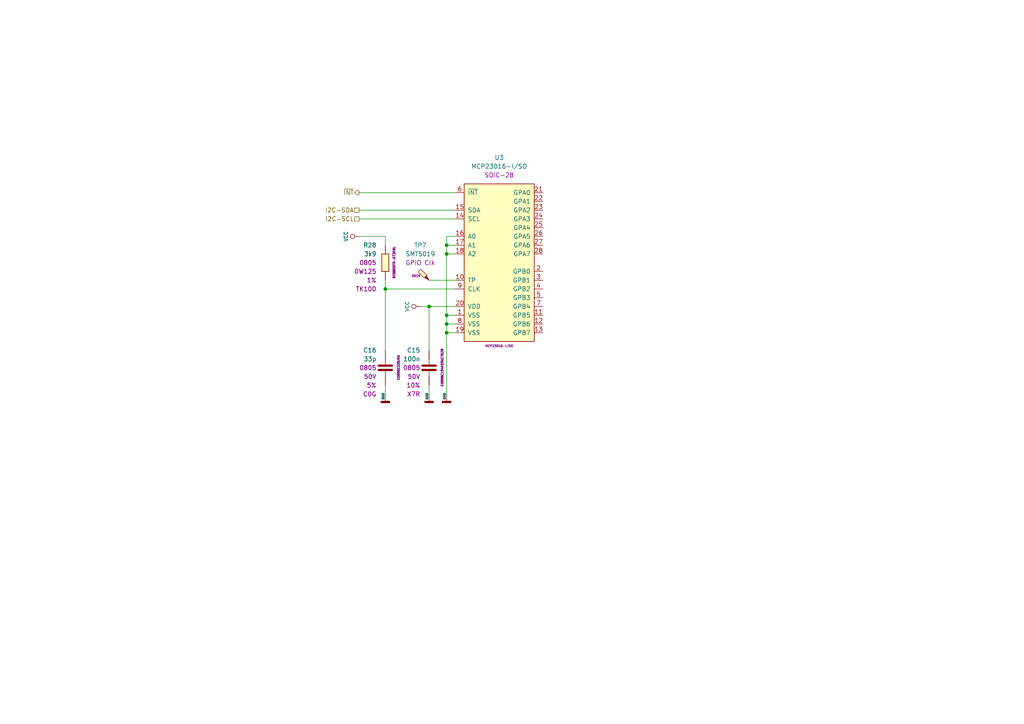
<source format=kicad_sch>
(kicad_sch (version 20211123) (generator eeschema)
  (paper "A4")
  (lib_symbols
    (symbol "C.Kemet.MLCC.0805.COG:33p" (pin_numbers hide) (pin_names (offset 1.016) hide)
      (property "Reference" "C" (at 2.54 5.08 0))
      (property "Value" "33p" (at 2.54 2.54 0))
      (property "Package" "0805" (at 2.54 0 0))
      (property "Voltage" "50V" (at 2.54 -2.54 0))
      (property "Tolerance" "5%" (at 2.54 -5.08 0))
      (property "Dielectric" "C0G" (at 2.54 -7.62 0))
      (property "ID" "C0805C330J5G" (at -3.81 0 90))
      (symbol "33p_0_1"
        (polyline (pts (xy -1.905 -0.635) (xy 1.905 -0.635)) (stroke (width 0.635)))
        (polyline (pts (xy -1.905 0.635) (xy 1.905 0.635)) (stroke (width 0.635)))
        (polyline (pts (xy 0 -2.54) (xy 0 -0.635)) (stroke (width 0.1524)))
        (polyline (pts (xy 0 0.635) (xy 0 2.54)) (stroke (width 0.1524)))
      )
      (symbol "33p_1_1"
        (pin passive line (at 0 5.08 270) (length 2.54) (name "~") (number "1"))
        (pin passive line (at 0 -5.08 90) (length 2.54) (name "~") (number "2"))
      )
    )
    (symbol "C.Kemet.MLCC.0805.X7R:100n" (pin_numbers hide) (pin_names (offset 1.016) hide)
      (property "Reference" "C" (at 2.54 5.08 0))
      (property "Value" "100n" (at 2.54 2.54 0))
      (property "Package" "0805" (at 2.54 0 0))
      (property "Voltage" "50V" (at 2.54 -2.54 0))
      (property "Tolerance" "10%" (at 2.54 -5.08 0))
      (property "Dielectric" "X7R" (at 2.54 -7.62 0))
      (property "ID" "C0805C104K5RAC7025" (at -3.81 0 90))
      (symbol "100n_0_1"
        (polyline (pts (xy -1.905 -0.635) (xy 1.905 -0.635)) (stroke (width 0.635)))
        (polyline (pts (xy -1.905 0.635) (xy 1.905 0.635)) (stroke (width 0.635)))
        (polyline (pts (xy 0 -2.54) (xy 0 -0.635)) (stroke (width 0.1524)))
        (polyline (pts (xy 0 0.635) (xy 0 2.54)) (stroke (width 0.1524)))
      )
      (symbol "100n_1_1"
        (pin passive line (at 0 5.08 270) (length 2.54) (name "~") (number "1"))
        (pin passive line (at 0 -5.08 90) (length 2.54) (name "~") (number "2"))
      )
    )
    (symbol "R.Yageo.RC0805:3k9" (pin_numbers hide) (pin_names (offset 1.016) hide)
      (property "Reference" "R" (at 2.54 5.08 0))
      (property "Value" "3k9" (at 2.54 2.54 0))
      (property "Package" "0805" (at 2.54 0 0))
      (property "Power" "0W125" (at 2.54 -2.54 0))
      (property "Tolerance" "1%" (at 2.54 -5.08 0))
      (property "TK" "TK100" (at 2.54 -7.62 0))
      (property "ID" "RC0805FR-073K9L" (at -2.54 0 90))
      (symbol "3k9_0_1"
        (rectangle (start -1.016 2.54) (end 1.016 -2.54) (stroke (width 0.2032)) (fill (type background)))
      )
      (symbol "3k9_1_1"
        (pin passive line (at 0 5.08 270) (length 2.54) (name "~") (number "1"))
        (pin passive line (at 0 -5.08 90) (length 2.54) (name "~") (number "2"))
      )
    )
    (symbol "Supply:GND" (power) (pin_numbers hide) (pin_names (offset 0) hide)
      (property "Value" "GND" (at -0.635 -0.635 90))
      (symbol "GND_0_1"
        (rectangle (start -1.27 -2.032) (end 1.27 -2.54) (stroke (width 0.1524)) (fill (type outline)))
        (polyline (pts (xy 0 0) (xy 0 -2.032)) (stroke (width 0.1524)))
      )
      (symbol "GND_1_1"
        (pin power_in line (at 0 0 270) (length 0) hide (name "GND") (number "1"))
      )
    )
    (symbol "Supply:VCC" (power) (pin_numbers hide) (pin_names (offset 0) hide)
      (property "Value" "VCC" (at 0 3.81 0))
      (symbol "VCC_0_1"
        (polyline (pts (xy 0 0) (xy 0 1.27)))
        (circle (center 0 1.905) (radius 0.635))
      )
      (symbol "VCC_1_1"
        (pin power_in line (at 0 0 90) (length 0) hide (name "VCC") (number "1"))
      )
    )
    (symbol "TP.Keystone:SMT5019" (pin_numbers hide) (pin_names (offset 0.762) hide)
      (property "Reference" "TP" (at 2.54 10.16 0))
      (property "Value" "SMT5019" (at 2.54 7.62 0))
      (property "Usage" "Usage" (at 2.54 5.08 0))
      (property "ID" "5019" (at 3.81 1.27 0))
      (symbol "SMT5019_0_1"
        (polyline (pts (xy 1.27 0.762) (xy 0 0) (xy 0.762 1.27) (xy 1.27 0.762)) (fill (type outline)))
        (polyline (pts (xy 1.397 0.635) (xy 0.635 1.397) (xy 2.413 3.175) (xy 3.175 2.413) (xy 1.397 0.635)) (fill (type background)))
      )
      (symbol "SMT5019_1_1"
        (pin passive line (at 0 0 90) (length 0) (name "1") (number "1"))
      )
    )
    (symbol "U.IO:MCP23016-I{slash}SO" (pin_names (offset 1.016))
      (property "Reference" "U" (at 0 30.48 0))
      (property "Value" "MCP23016-I{slash}SO" (at 0 27.94 0))
      (property "Package" "SOIC-28" (at 0 25.4 0))
      (property "ID" "MCP23016-I/SO" (at 0 -24.13 0))
      (symbol "MCP23016-I{slash}SO_0_1"
        (rectangle (start -10.16 22.86) (end 10.16 -22.86) (stroke (width 0.2032)) (fill (type background)))
      )
      (symbol "MCP23016-I{slash}SO_1_1"
        (pin power_in line (at -12.7 -15.24 0) (length 2.54) (name "VSS") (number "1"))
        (pin output line (at -12.7 -5.08 0) (length 2.54) (name "TP") (number "10"))
        (pin bidirectional line (at 12.7 -15.24 180) (length 2.54) (name "GPB5") (number "11"))
        (pin bidirectional line (at 12.7 -17.78 180) (length 2.54) (name "GPB6") (number "12"))
        (pin bidirectional line (at 12.7 -20.32 180) (length 2.54) (name "GPB7") (number "13"))
        (pin open_collector line (at -12.7 12.7 0) (length 2.54) (name "SCL") (number "14"))
        (pin open_collector line (at -12.7 15.24 0) (length 2.54) (name "SDA") (number "15"))
        (pin input line (at -12.7 7.62 0) (length 2.54) (name "A0") (number "16"))
        (pin input line (at -12.7 5.08 0) (length 2.54) (name "A1") (number "17"))
        (pin input line (at -12.7 2.54 0) (length 2.54) (name "A2") (number "18"))
        (pin power_in line (at -12.7 -20.32 0) (length 2.54) (name "VSS") (number "19"))
        (pin bidirectional line (at 12.7 -2.54 180) (length 2.54) (name "GPB0") (number "2"))
        (pin power_in line (at -12.7 -12.7 0) (length 2.54) (name "VDD") (number "20"))
        (pin bidirectional line (at 12.7 20.32 180) (length 2.54) (name "GPA0") (number "21"))
        (pin bidirectional line (at 12.7 17.78 180) (length 2.54) (name "GPA1") (number "22"))
        (pin bidirectional line (at 12.7 15.24 180) (length 2.54) (name "GPA2") (number "23"))
        (pin bidirectional line (at 12.7 12.7 180) (length 2.54) (name "GPA3") (number "24"))
        (pin bidirectional line (at 12.7 10.16 180) (length 2.54) (name "GPA4") (number "25"))
        (pin bidirectional line (at 12.7 7.62 180) (length 2.54) (name "GPA5") (number "26"))
        (pin bidirectional line (at 12.7 5.08 180) (length 2.54) (name "GPA6") (number "27"))
        (pin bidirectional line (at 12.7 2.54 180) (length 2.54) (name "GPA7") (number "28"))
        (pin bidirectional line (at 12.7 -5.08 180) (length 2.54) (name "GPB1") (number "3"))
        (pin bidirectional line (at 12.7 -7.62 180) (length 2.54) (name "GPB2") (number "4"))
        (pin bidirectional line (at 12.7 -10.16 180) (length 2.54) (name "GPB3") (number "5"))
        (pin open_collector line (at -12.7 20.32 0) (length 2.54) (name "~{INT}") (number "6"))
        (pin bidirectional line (at 12.7 -12.7 180) (length 2.54) (name "GPB4") (number "7"))
        (pin power_in line (at -12.7 -17.78 0) (length 2.54) (name "VSS") (number "8"))
        (pin input line (at -12.7 -7.62 0) (length 2.54) (name "CLK") (number "9"))
      )
    )
  )
  (junction (at 129.54 91.44))
  (junction (at 129.54 73.66))
  (junction (at 124.46 88.9))
  (junction (at 129.54 96.52))
  (junction (at 129.54 71.12))
  (junction (at 111.76 83.82))
  (junction (at 129.54 93.98))
  (wire (pts (xy 104.14 55.88) (xy 132.08 55.88)))
  (wire (pts (xy 129.54 73.66) (xy 129.54 91.44)))
  (wire (pts (xy 132.08 68.58) (xy 129.54 68.58)))
  (wire (pts (xy 124.46 88.9) (xy 132.08 88.9)))
  (wire (pts (xy 129.54 91.44) (xy 132.08 91.44)))
  (wire (pts (xy 132.08 96.52) (xy 129.54 96.52)))
  (wire (pts (xy 124.46 101.6) (xy 124.46 88.9)))
  (wire (pts (xy 104.14 68.58) (xy 111.76 68.58)))
  (wire (pts (xy 129.54 68.58) (xy 129.54 71.12)))
  (wire (pts (xy 132.08 71.12) (xy 129.54 71.12)))
  (wire (pts (xy 129.54 93.98) (xy 129.54 91.44)))
  (wire (pts (xy 132.08 83.82) (xy 111.76 83.82)))
  (wire (pts (xy 129.54 71.12) (xy 129.54 73.66)))
  (wire (pts (xy 111.76 83.82) (xy 111.76 101.6)))
  (wire (pts (xy 111.76 81.28) (xy 111.76 83.82)))
  (wire (pts (xy 132.08 81.28) (xy 124.46 81.28)))
  (wire (pts (xy 111.76 68.58) (xy 111.76 71.12)))
  (wire (pts (xy 124.46 114.3) (xy 124.46 111.76)))
  (wire (pts (xy 104.14 63.5) (xy 132.08 63.5)))
  (wire (pts (xy 132.08 73.66) (xy 129.54 73.66)))
  (wire (pts (xy 111.76 111.76) (xy 111.76 114.3)))
  (wire (pts (xy 104.14 60.96) (xy 132.08 60.96)))
  (wire (pts (xy 129.54 96.52) (xy 129.54 93.98)))
  (wire (pts (xy 132.08 93.98) (xy 129.54 93.98)))
  (wire (pts (xy 121.92 88.9) (xy 124.46 88.9)))
  (wire (pts (xy 129.54 114.3) (xy 129.54 96.52)))
  (hierarchical_label "I2C-SDA" (shape passive) (at 104.14 60.96 180))
  (hierarchical_label "~{INT}" (shape output) (at 104.14 55.88 180))
  (hierarchical_label "I2C-SCL" (shape passive) (at 104.14 63.5 180))
  (symbol (lib_id "Supply:GND") (at 129.54 114.3 0) (unit 1)
    (property "Reference" "#PWR055" (effects hide))
    (property "Value" "GND" (at 128.905 114.935 90) (effects (font (size 0.635 0.635))))
  )
  (symbol (lib_id "Supply:GND") (at 124.46 114.3 0) (unit 1)
    (property "Reference" "#PWR056" (effects hide))
    (property "Value" "GND" (at 123.825 114.935 90) (effects (font (size 0.635 0.635))))
  )
  (symbol (lib_id "Supply:VCC") (at 121.92 88.9 90) (mirror x) (unit 1)
    (property "Reference" "#PWR057" (effects hide))
    (property "Value" "VCC" (at 118.11 88.9 0) (effects (font (size 1.016 1.016))))
  )
  (symbol (lib_id "Supply:VCC") (at 104.14 68.58 90) (mirror x) (unit 1)
    (property "Reference" "#PWR058" (effects hide))
    (property "Value" "VCC" (at 100.33 68.58 0) (effects (font (size 1.016 1.016))))
  )
  (symbol (lib_id "R.Yageo.RC0805:3k9") (at 111.76 76.2 0) (mirror y) (unit 1)
    (property "Reference" "R28" (at 109.22 71.12 0) (effects (justify left)))
    (property "Value" "3k9" (at 109.22 73.66 0) (effects (justify left)))
    (property "Footprint" "Resistor_SMD:R_0805_2012Metric" (effects hide))
    (property "Datasheet" "R.Yaego.RC0805.pdf" (effects hide))
    (property "Package" "0805" (at 109.22 76.2 0) (effects (justify left)))
    (property "Power" "0W125" (at 109.22 78.74 0) (effects (justify left)))
    (property "Tolerance" "1%" (at 109.22 81.28 0) (effects (justify left)))
    (property "TK" "TK100" (at 109.22 83.82 0) (effects (justify left)))
    (property "ID" "RC0805FR-073K9L" (at 114.3 76.2 90) (effects (font (size 0.635 0.635) italic)))
  )
  (symbol (lib_id "Supply:GND") (at 111.76 114.3 0) (unit 1)
    (property "Reference" "#PWR059" (effects hide))
    (property "Value" "GND" (at 111.125 114.935 90) (effects (font (size 0.635 0.635))))
  )
  (symbol (lib_id "U.IO:MCP23016-I{slash}SO") (at 144.78 76.2 0) (unit 1)
    (property "Reference" "U3" (at 144.78 45.72 0))
    (property "Value" "MCP23016-I/SO" (at 144.78 48.26 0))
    (property "Footprint" "Package_SO:SOIC-28W_7.5x18.7mm_P1.27mm" (effects hide))
    (property "Datasheet" "https://ww1.microchip.com/downloads/en/DeviceDoc/20090C.pdf" (effects hide))
    (property "Package" "SOIC-28" (at 144.78 50.8 0))
    (property "ID" "MCP23016-I/SO" (at 144.78 100.33 0) (effects (font (size 0.635 0.635))))
  )
  (symbol (lib_id "TP.Keystone:SMT5019") (at 124.46 81.28 0) (mirror y) (unit 1)
    (property "Reference" "TP7" (at 121.92 71.12 0))
    (property "Value" "SMT5019" (at 121.92 73.66 0))
    (property "Footprint" "TestPoint:TestPoint_Keystone_5019_Minature" (effects hide))
    (property "Datasheet" "https://www.keyelco.com/userAssets/file/M65p55.pdf" (effects hide))
    (property "Usage" "GPIO Clk" (at 121.92 76.2 0))
    (property "ID" "5019" (at 120.65 80.01 0) (effects (font (size 0.635 0.635))))
  )
  (symbol (lib_id "C.Kemet.MLCC.0805.COG:33p") (at 111.76 106.68 0) (mirror y) (unit 1)
    (property "Reference" "C16" (at 109.22 101.6 0) (effects (justify left)))
    (property "Value" "33p" (at 109.22 104.14 0) (effects (justify left)))
    (property "Footprint" "Capacitor_SMD:C_0805_2012Metric" (effects hide))
    (property "Datasheet" "https://content.kemet.com/datasheets/KEM_C1003_C0G_SMD.pdf" (effects hide))
    (property "Package" "0805" (at 109.22 106.68 0) (effects (justify left)))
    (property "Voltage" "50V" (at 109.22 109.22 0) (effects (justify left)))
    (property "Tolerance" "5%" (at 109.22 111.76 0) (effects (justify left)))
    (property "Dielectric" "C0G" (at 109.22 114.3 0) (effects (justify left)))
    (property "ID" "C0805C330J5G" (at 115.57 106.68 90) (effects (font (size 0.635 0.635) italic)))
  )
  (symbol (lib_id "C.Kemet.MLCC.0805.X7R:100n") (at 124.46 106.68 0) (mirror y) (unit 1)
    (property "Reference" "C15" (at 121.92 101.6 0) (effects (justify left)))
    (property "Value" "100n" (at 121.92 104.14 0) (effects (justify left)))
    (property "Footprint" "Capacitor_SMD:C_0805_2012Metric" (effects hide))
    (property "Datasheet" "C.Kemet.MLCC.0805.X7R.pdf" (effects hide))
    (property "Package" "0805" (at 121.92 106.68 0) (effects (justify left)))
    (property "Voltage" "50V" (at 121.92 109.22 0) (effects (justify left)))
    (property "Tolerance" "10%" (at 121.92 111.76 0) (effects (justify left)))
    (property "Dielectric" "X7R" (at 121.92 114.3 0) (effects (justify left)))
    (property "ID" "C0805C104K5RAC7025" (at 128.27 106.68 90) (effects (font (size 0.635 0.635) italic)))
  )
)
</source>
